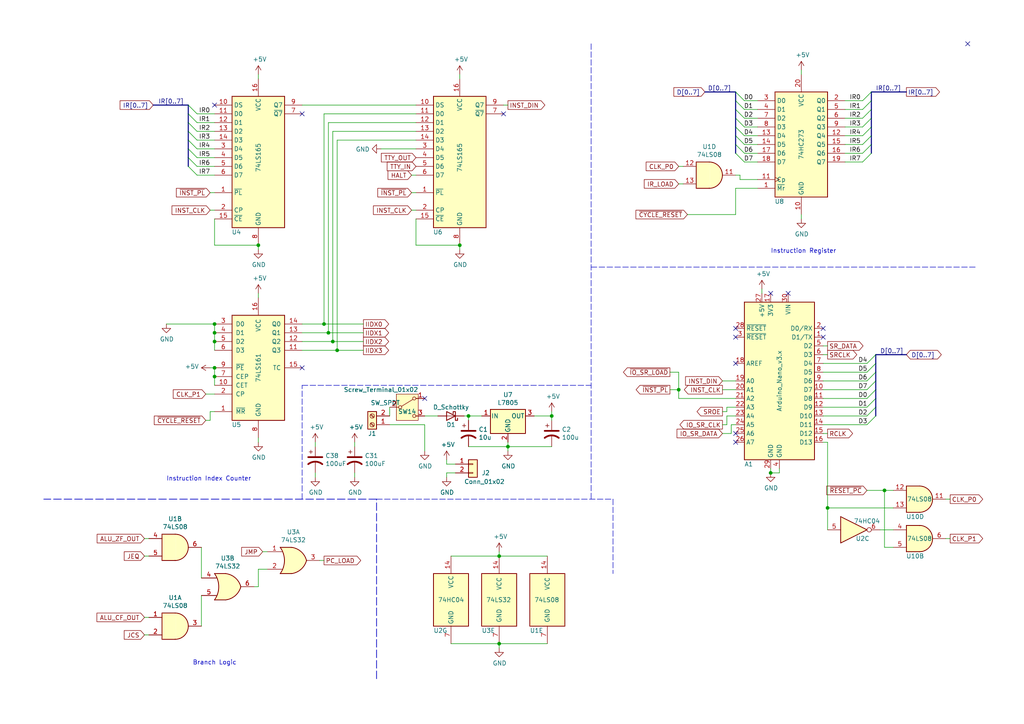
<source format=kicad_sch>
(kicad_sch (version 20231120) (generator "eeschema") (generator_version "8.0")
  (paper "A4")
  (lib_symbols
    (symbol "74xx:74HC04"
      (property "Reference" "U" (at 0 1.27 0))
      (property "Value" "74HC04" (at 0 -1.27 0))
      (symbol "74HC04_1_0"
        (pin input line (at -7.62 0 0) (length 3.81) (name "~") (number "1"))
        (pin output inverted (at 7.62 0 180) (length 3.81) (name "~") (number "2"))
      )
      (symbol "74HC04_2_0"
        (pin input line (at -7.62 0 0) (length 3.81) (name "~") (number "3"))
        (pin output inverted (at 7.62 0 180) (length 3.81) (name "~") (number "4"))
      )
      (symbol "74HC04_3_0"
        (pin input line (at -7.62 0 0) (length 3.81) (name "~") (number "5"))
        (pin output inverted (at 7.62 0 180) (length 3.81) (name "~") (number "6"))
      )
      (symbol "74HC04_4_0"
        (pin output inverted (at 7.62 0 180) (length 3.81) (name "~") (number "8"))
        (pin input line (at -7.62 0 0) (length 3.81) (name "~") (number "9"))
      )
      (symbol "74HC04_5_0"
        (pin output inverted (at 7.62 0 180) (length 3.81) (name "~") (number "10"))
        (pin input line (at -7.62 0 0) (length 3.81) (name "~") (number "11"))
      )
      (symbol "74HC04_6_0"
        (pin output inverted (at 7.62 0 180) (length 3.81) (name "~") (number "12"))
        (pin input line (at -7.62 0 0) (length 3.81) (name "~") (number "13"))
      )
      (symbol "74HC04_7_0"
        (pin power_in line (at 0 12.7 270) (length 5.08) (name "VCC") (number "14"))
        (pin power_in line (at 0 -12.7 90) (length 5.08) (name "GND") (number "7"))
      )
    )
    (symbol "74xx:74HC273"
      (property "Reference" "U" (at -7.62 16.51 0))
      (property "Value" "74HC273" (at -7.62 -16.51 0))
      (symbol "74HC273_1_0"
        (pin input line (at -12.7 -12.7 0) (length 5.08) (name "~{Mr}") (number "1"))
        (pin power_in line (at 0 -20.32 90) (length 5.08) (name "GND") (number "10"))
        (pin input clock (at -12.7 -10.16 0) (length 5.08) (name "Cp") (number "11"))
        (pin output line (at 12.7 2.54 180) (length 5.08) (name "Q4") (number "12"))
        (pin input line (at -12.7 2.54 0) (length 5.08) (name "D4") (number "13"))
        (pin input line (at -12.7 0 0) (length 5.08) (name "D5") (number "14"))
        (pin output line (at 12.7 0 180) (length 5.08) (name "Q5") (number "15"))
        (pin output line (at 12.7 -2.54 180) (length 5.08) (name "Q6") (number "16"))
        (pin input line (at -12.7 -2.54 0) (length 5.08) (name "D6") (number "17"))
        (pin input line (at -12.7 -5.08 0) (length 5.08) (name "D7") (number "18"))
        (pin output line (at 12.7 -5.08 180) (length 5.08) (name "Q7") (number "19"))
        (pin output line (at 12.7 12.7 180) (length 5.08) (name "Q0") (number "2"))
        (pin power_in line (at 0 20.32 270) (length 5.08) (name "VCC") (number "20"))
        (pin input line (at -12.7 12.7 0) (length 5.08) (name "D0") (number "3"))
        (pin input line (at -12.7 10.16 0) (length 5.08) (name "D1") (number "4"))
        (pin output line (at 12.7 10.16 180) (length 5.08) (name "Q1") (number "5"))
        (pin output line (at 12.7 7.62 180) (length 5.08) (name "Q2") (number "6"))
        (pin input line (at -12.7 7.62 0) (length 5.08) (name "D2") (number "7"))
        (pin input line (at -12.7 5.08 0) (length 5.08) (name "D3") (number "8"))
        (pin output line (at 12.7 5.08 180) (length 5.08) (name "Q3") (number "9"))
      )
    )
    (symbol "74xx:74LS08" (pin_names (offset 1.016))
      (property "Reference" "U" (at 0 1.27 0))
      (property "Value" "74LS08" (at 0 -1.27 0))
      (symbol "74LS08_1_1"
        (pin input line (at -7.62 2.54 0) (length 3.81) (name "~") (number "1"))
        (pin input line (at -7.62 -2.54 0) (length 3.81) (name "~") (number "2"))
        (pin output line (at 7.62 0 180) (length 3.81) (name "~") (number "3"))
      )
      (symbol "74LS08_1_2"
        (pin input inverted (at -7.62 2.54 0) (length 4.318) (name "~") (number "1"))
        (pin input inverted (at -7.62 -2.54 0) (length 4.318) (name "~") (number "2"))
        (pin output inverted (at 7.62 0 180) (length 3.81) (name "~") (number "3"))
      )
      (symbol "74LS08_2_1"
        (pin input line (at -7.62 2.54 0) (length 3.81) (name "~") (number "4"))
        (pin input line (at -7.62 -2.54 0) (length 3.81) (name "~") (number "5"))
        (pin output line (at 7.62 0 180) (length 3.81) (name "~") (number "6"))
      )
      (symbol "74LS08_2_2"
        (pin input inverted (at -7.62 2.54 0) (length 4.318) (name "~") (number "4"))
        (pin input inverted (at -7.62 -2.54 0) (length 4.318) (name "~") (number "5"))
        (pin output inverted (at 7.62 0 180) (length 3.81) (name "~") (number "6"))
      )
      (symbol "74LS08_3_1"
        (pin input line (at -7.62 -2.54 0) (length 3.81) (name "~") (number "10"))
        (pin output line (at 7.62 0 180) (length 3.81) (name "~") (number "8"))
        (pin input line (at -7.62 2.54 0) (length 3.81) (name "~") (number "9"))
      )
      (symbol "74LS08_3_2"
        (pin input inverted (at -7.62 -2.54 0) (length 4.318) (name "~") (number "10"))
        (pin output inverted (at 7.62 0 180) (length 3.81) (name "~") (number "8"))
        (pin input inverted (at -7.62 2.54 0) (length 4.318) (name "~") (number "9"))
      )
      (symbol "74LS08_4_1"
        (pin output line (at 7.62 0 180) (length 3.81) (name "~") (number "11"))
        (pin input line (at -7.62 2.54 0) (length 3.81) (name "~") (number "12"))
        (pin input line (at -7.62 -2.54 0) (length 3.81) (name "~") (number "13"))
      )
      (symbol "74LS08_4_2"
        (pin output inverted (at 7.62 0 180) (length 3.81) (name "~") (number "11"))
        (pin input inverted (at -7.62 2.54 0) (length 4.318) (name "~") (number "12"))
        (pin input inverted (at -7.62 -2.54 0) (length 4.318) (name "~") (number "13"))
      )
      (symbol "74LS08_5_0"
        (pin power_in line (at 0 12.7 270) (length 5.08) (name "VCC") (number "14"))
        (pin power_in line (at 0 -12.7 90) (length 5.08) (name "GND") (number "7"))
      )
    )
    (symbol "74xx:74LS161" (pin_names (offset 1.016))
      (property "Reference" "U" (at -7.62 16.51 0))
      (property "Value" "74LS161" (at -7.62 -16.51 0))
      (symbol "74LS161_1_0"
        (pin input line (at -12.7 -12.7 0) (length 5.08) (name "~{MR}") (number "1"))
        (pin input line (at -12.7 -5.08 0) (length 5.08) (name "CET") (number "10"))
        (pin output line (at 12.7 5.08 180) (length 5.08) (name "Q3") (number "11"))
        (pin output line (at 12.7 7.62 180) (length 5.08) (name "Q2") (number "12"))
        (pin output line (at 12.7 10.16 180) (length 5.08) (name "Q1") (number "13"))
        (pin output line (at 12.7 12.7 180) (length 5.08) (name "Q0") (number "14"))
        (pin output line (at 12.7 0 180) (length 5.08) (name "TC") (number "15"))
        (pin power_in line (at 0 20.32 270) (length 5.08) (name "VCC") (number "16"))
        (pin input line (at -12.7 -7.62 0) (length 5.08) (name "CP") (number "2"))
        (pin input line (at -12.7 12.7 0) (length 5.08) (name "D0") (number "3"))
        (pin input line (at -12.7 10.16 0) (length 5.08) (name "D1") (number "4"))
        (pin input line (at -12.7 7.62 0) (length 5.08) (name "D2") (number "5"))
        (pin input line (at -12.7 5.08 0) (length 5.08) (name "D3") (number "6"))
        (pin input line (at -12.7 -2.54 0) (length 5.08) (name "CEP") (number "7"))
        (pin power_in line (at 0 -20.32 90) (length 5.08) (name "GND") (number "8"))
        (pin input line (at -12.7 0 0) (length 5.08) (name "~{PE}") (number "9"))
      )
    )
    (symbol "74xx:74LS165"
      (property "Reference" "U" (at -7.62 19.05 0))
      (property "Value" "74LS165" (at -7.62 -21.59 0))
      (symbol "74LS165_1_0"
        (pin input line (at -12.7 -10.16 0) (length 5.08) (name "~{PL}") (number "1"))
        (pin input line (at -12.7 15.24 0) (length 5.08) (name "DS") (number "10"))
        (pin input line (at -12.7 12.7 0) (length 5.08) (name "D0") (number "11"))
        (pin input line (at -12.7 10.16 0) (length 5.08) (name "D1") (number "12"))
        (pin input line (at -12.7 7.62 0) (length 5.08) (name "D2") (number "13"))
        (pin input line (at -12.7 5.08 0) (length 5.08) (name "D3") (number "14"))
        (pin input line (at -12.7 -17.78 0) (length 5.08) (name "~{CE}") (number "15"))
        (pin power_in line (at 0 22.86 270) (length 5.08) (name "VCC") (number "16"))
        (pin input line (at -12.7 -15.24 0) (length 5.08) (name "CP") (number "2"))
        (pin input line (at -12.7 2.54 0) (length 5.08) (name "D4") (number "3"))
        (pin input line (at -12.7 0 0) (length 5.08) (name "D5") (number "4"))
        (pin input line (at -12.7 -2.54 0) (length 5.08) (name "D6") (number "5"))
        (pin input line (at -12.7 -5.08 0) (length 5.08) (name "D7") (number "6"))
        (pin output line (at 12.7 12.7 180) (length 5.08) (name "~{Q7}") (number "7"))
        (pin power_in line (at 0 -25.4 90) (length 5.08) (name "GND") (number "8"))
        (pin output line (at 12.7 15.24 180) (length 5.08) (name "Q7") (number "9"))
      )
    )
    (symbol "74xx:74LS32" (pin_names (offset 1.016))
      (property "Reference" "U" (at 0 1.27 0))
      (property "Value" "74LS32" (at 0 -1.27 0))
      (symbol "74LS32_1_1"
        (pin input line (at -7.62 2.54 0) (length 4.318) (name "~") (number "1"))
        (pin input line (at -7.62 -2.54 0) (length 4.318) (name "~") (number "2"))
        (pin output line (at 7.62 0 180) (length 3.81) (name "~") (number "3"))
      )
      (symbol "74LS32_1_2"
        (pin input inverted (at -7.62 2.54 0) (length 3.81) (name "~") (number "1"))
        (pin input inverted (at -7.62 -2.54 0) (length 3.81) (name "~") (number "2"))
        (pin output inverted (at 7.62 0 180) (length 3.81) (name "~") (number "3"))
      )
      (symbol "74LS32_2_1"
        (pin input line (at -7.62 2.54 0) (length 4.318) (name "~") (number "4"))
        (pin input line (at -7.62 -2.54 0) (length 4.318) (name "~") (number "5"))
        (pin output line (at 7.62 0 180) (length 3.81) (name "~") (number "6"))
      )
      (symbol "74LS32_2_2"
        (pin input inverted (at -7.62 2.54 0) (length 3.81) (name "~") (number "4"))
        (pin input inverted (at -7.62 -2.54 0) (length 3.81) (name "~") (number "5"))
        (pin output inverted (at 7.62 0 180) (length 3.81) (name "~") (number "6"))
      )
      (symbol "74LS32_3_1"
        (pin input line (at -7.62 -2.54 0) (length 4.318) (name "~") (number "10"))
        (pin output line (at 7.62 0 180) (length 3.81) (name "~") (number "8"))
        (pin input line (at -7.62 2.54 0) (length 4.318) (name "~") (number "9"))
      )
      (symbol "74LS32_3_2"
        (pin input inverted (at -7.62 -2.54 0) (length 3.81) (name "~") (number "10"))
        (pin output inverted (at 7.62 0 180) (length 3.81) (name "~") (number "8"))
        (pin input inverted (at -7.62 2.54 0) (length 3.81) (name "~") (number "9"))
      )
      (symbol "74LS32_4_1"
        (pin output line (at 7.62 0 180) (length 3.81) (name "~") (number "11"))
        (pin input line (at -7.62 2.54 0) (length 4.318) (name "~") (number "12"))
        (pin input line (at -7.62 -2.54 0) (length 4.318) (name "~") (number "13"))
      )
      (symbol "74LS32_4_2"
        (pin output inverted (at 7.62 0 180) (length 3.81) (name "~") (number "11"))
        (pin input inverted (at -7.62 2.54 0) (length 3.81) (name "~") (number "12"))
        (pin input inverted (at -7.62 -2.54 0) (length 3.81) (name "~") (number "13"))
      )
      (symbol "74LS32_5_0"
        (pin power_in line (at 0 12.7 270) (length 5.08) (name "VCC") (number "14"))
        (pin power_in line (at 0 -12.7 90) (length 5.08) (name "GND") (number "7"))
      )
    )
    (symbol "8bit_computer-rescue:+5V-power" (power) (pin_names (offset 0))
      (property "Value" "power_+5V" (at 0 3.556 0))
      (symbol "+5V-power_1_1"
        (pin power_in line (at 0 0 90) (length 0) hide (name "+5V") (number "1"))
      )
    )
    (symbol "8bit_computer-rescue:CP1-Device" (pin_numbers hide) (pin_names (offset 0.254) hide)
      (property "Reference" "C" (at 0.635 2.54 0))
      (property "Value" "Device_CP1" (at 0.635 -2.54 0))
      (symbol "CP1-Device_1_1"
        (pin passive line (at 0 3.81 270) (length 2.794) (name "~") (number "1"))
        (pin passive line (at 0 -3.81 90) (length 3.302) (name "~") (number "2"))
      )
    )
    (symbol "8bit_computer-rescue:GND-power" (power) (pin_names (offset 0))
      (property "Value" "power_GND" (at 0 -3.81 0))
      (symbol "GND-power_1_1"
        (pin power_in line (at 0 0 270) (length 0) hide (name "GND") (number "1"))
      )
    )
    (symbol "Connector:Screw_Terminal_01x02" (pin_names (offset 1.016) hide)
      (property "Reference" "J" (at 0 2.54 0))
      (property "Value" "Screw_Terminal_01x02" (at 0 -5.08 0))
      (symbol "Screw_Terminal_01x02_1_1"
        (pin passive line (at -5.08 0 0) (length 3.81) (name "Pin_1") (number "1"))
        (pin passive line (at -5.08 -2.54 0) (length 3.81) (name "Pin_2") (number "2"))
      )
    )
    (symbol "Connector_Generic:Conn_01x02" (pin_names (offset 1.016) hide)
      (property "Reference" "J" (at 0 2.54 0))
      (property "Value" "Conn_01x02" (at 0 -5.08 0))
      (symbol "Conn_01x02_1_1"
        (pin passive line (at -5.08 0 0) (length 3.81) (name "Pin_1") (number "1"))
        (pin passive line (at -5.08 -2.54 0) (length 3.81) (name "Pin_2") (number "2"))
      )
    )
    (symbol "Device:D_Schottky" (pin_numbers hide) (pin_names (offset 1.016) hide)
      (property "Reference" "D" (at 0 2.54 0))
      (property "Value" "D_Schottky" (at 0 -2.54 0))
      (symbol "D_Schottky_1_1"
        (pin passive line (at -3.81 0 0) (length 2.54) (name "K") (number "1"))
        (pin passive line (at 3.81 0 180) (length 2.54) (name "A") (number "2"))
      )
    )
    (symbol "MCU_Module:Arduino_Nano_v3.x"
      (property "Reference" "A" (at -10.16 23.495 0))
      (property "Value" "Arduino_Nano_v3.x" (at 5.08 -24.13 0))
      (symbol "Arduino_Nano_v3.x_1_1"
        (pin bidirectional line (at -12.7 12.7 0) (length 2.54) (name "D1/TX") (number "1"))
        (pin bidirectional line (at -12.7 -2.54 0) (length 2.54) (name "D7") (number "10"))
        (pin bidirectional line (at -12.7 -5.08 0) (length 2.54) (name "D8") (number "11"))
        (pin bidirectional line (at -12.7 -7.62 0) (length 2.54) (name "D9") (number "12"))
        (pin bidirectional line (at -12.7 -10.16 0) (length 2.54) (name "D10") (number "13"))
        (pin bidirectional line (at -12.7 -12.7 0) (length 2.54) (name "D11") (number "14"))
        (pin bidirectional line (at -12.7 -15.24 0) (length 2.54) (name "D12") (number "15"))
        (pin bidirectional line (at -12.7 -17.78 0) (length 2.54) (name "D13") (number "16"))
        (pin power_out line (at 2.54 25.4 270) (length 2.54) (name "3V3") (number "17"))
        (pin input line (at 12.7 5.08 180) (length 2.54) (name "AREF") (number "18"))
        (pin bidirectional line (at 12.7 0 180) (length 2.54) (name "A0") (number "19"))
        (pin bidirectional line (at -12.7 15.24 0) (length 2.54) (name "D0/RX") (number "2"))
        (pin bidirectional line (at 12.7 -2.54 180) (length 2.54) (name "A1") (number "20"))
        (pin bidirectional line (at 12.7 -5.08 180) (length 2.54) (name "A2") (number "21"))
        (pin bidirectional line (at 12.7 -7.62 180) (length 2.54) (name "A3") (number "22"))
        (pin bidirectional line (at 12.7 -10.16 180) (length 2.54) (name "A4") (number "23"))
        (pin bidirectional line (at 12.7 -12.7 180) (length 2.54) (name "A5") (number "24"))
        (pin bidirectional line (at 12.7 -15.24 180) (length 2.54) (name "A6") (number "25"))
        (pin bidirectional line (at 12.7 -17.78 180) (length 2.54) (name "A7") (number "26"))
        (pin power_out line (at 5.08 25.4 270) (length 2.54) (name "+5V") (number "27"))
        (pin input line (at 12.7 15.24 180) (length 2.54) (name "~{RESET}") (number "28"))
        (pin power_in line (at 2.54 -25.4 90) (length 2.54) (name "GND") (number "29"))
        (pin input line (at 12.7 12.7 180) (length 2.54) (name "~{RESET}") (number "3"))
        (pin power_in line (at -2.54 25.4 270) (length 2.54) (name "VIN") (number "30"))
        (pin power_in line (at 0 -25.4 90) (length 2.54) (name "GND") (number "4"))
        (pin bidirectional line (at -12.7 10.16 0) (length 2.54) (name "D2") (number "5"))
        (pin bidirectional line (at -12.7 7.62 0) (length 2.54) (name "D3") (number "6"))
        (pin bidirectional line (at -12.7 5.08 0) (length 2.54) (name "D4") (number "7"))
        (pin bidirectional line (at -12.7 2.54 0) (length 2.54) (name "D5") (number "8"))
        (pin bidirectional line (at -12.7 0 0) (length 2.54) (name "D6") (number "9"))
      )
    )
    (symbol "Regulator_Linear:L7805" (pin_names (offset 0.254))
      (property "Reference" "U" (at -3.81 3.175 0))
      (property "Value" "L7805" (at 0 3.175 0))
      (symbol "L7805_1_1"
        (pin power_in line (at -7.62 0 0) (length 2.54) (name "IN") (number "1"))
        (pin power_in line (at 0 -7.62 90) (length 2.54) (name "GND") (number "2"))
        (pin power_out line (at 7.62 0 180) (length 2.54) (name "OUT") (number "3"))
      )
    )
    (symbol "Switch:SW_SPDT" (pin_names (offset 0) hide)
      (property "Reference" "SW" (at 0 5.08 0))
      (property "Value" "SW_SPDT" (at 0 -5.08 0))
      (symbol "SW_SPDT_1_1"
        (pin passive line (at 5.08 2.54 180) (length 2.54) (name "A") (number "1"))
        (pin passive line (at -5.08 0 0) (length 2.54) (name "B") (number "2"))
        (pin passive line (at 5.08 -2.54 180) (length 2.54) (name "C") (number "3"))
      )
    )
  )
  (junction (at 93.98 93.98))
  (junction (at 62.23 109.22))
  (junction (at 223.52 137.16))
  (junction (at 144.78 186.69))
  (junction (at 62.23 93.98))
  (junction (at 74.93 71.12))
  (junction (at 95.25 96.52))
  (junction (at 196.85 113.03))
  (junction (at 62.23 99.06))
  (junction (at 240.03 147.32))
  (junction (at 62.23 106.68))
  (junction (at 97.79 101.6))
  (junction (at 144.78 161.29))
  (junction (at 256.54 142.24))
  (junction (at 160.02 120.65))
  (junction (at 135.89 120.65))
  (junction (at 62.23 96.52))
  (junction (at 147.32 129.54))
  (junction (at 96.52 99.06))
  (junction (at 133.35 71.12))
  (no_connect (at 238.76 95.25))
  (no_connect (at 87.63 33.02))
  (no_connect (at 146.05 33.02))
  (no_connect (at 213.36 97.79))
  (no_connect (at 213.36 125.73))
  (no_connect (at 62.23 30.48))
  (no_connect (at 213.36 128.27))
  (no_connect (at 228.6 85.09))
  (no_connect (at 238.76 97.79))
  (no_connect (at 123.19 115.57))
  (no_connect (at 213.36 105.41))
  (no_connect (at 223.52 85.09))
  (no_connect (at 87.63 106.68))
  (no_connect (at 280.67 12.7))
  (no_connect (at 213.36 95.25))
  (bus_entry (at 215.9 29.21) (size -2.54 -2.54))
  (bus_entry (at 251.46 118.11) (size 2.54 -2.54))
  (bus_entry (at 250.19 39.37) (size 2.54 -2.54))
  (bus_entry (at 251.46 123.19) (size 2.54 -2.54))
  (bus_entry (at 251.46 105.41) (size 2.54 -2.54))
  (bus_entry (at 57.15 40.64) (size -2.54 -2.54))
  (bus_entry (at 250.19 31.75) (size 2.54 -2.54))
  (bus_entry (at 251.46 115.57) (size 2.54 -2.54))
  (bus_entry (at 215.9 46.99) (size -2.54 -2.54))
  (bus_entry (at 215.9 36.83) (size -2.54 -2.54))
  (bus_entry (at 57.15 48.26) (size -2.54 -2.54))
  (bus_entry (at 251.46 120.65) (size 2.54 -2.54))
  (bus_entry (at 251.46 113.03) (size 2.54 -2.54))
  (bus_entry (at 250.19 34.29) (size 2.54 -2.54))
  (bus_entry (at 215.9 34.29) (size -2.54 -2.54))
  (bus_entry (at 250.19 41.91) (size 2.54 -2.54))
  (bus_entry (at 57.15 38.1) (size -2.54 -2.54))
  (bus_entry (at 251.46 107.95) (size 2.54 -2.54))
  (bus_entry (at 250.19 36.83) (size 2.54 -2.54))
  (bus_entry (at 215.9 44.45) (size -2.54 -2.54))
  (bus_entry (at 250.19 29.21) (size 2.54 -2.54))
  (bus_entry (at 215.9 39.37) (size -2.54 -2.54))
  (bus_entry (at 250.19 46.99) (size 2.54 -2.54))
  (bus_entry (at 57.15 35.56) (size -2.54 -2.54))
  (bus_entry (at 215.9 31.75) (size -2.54 -2.54))
  (bus_entry (at 57.15 50.8) (size -2.54 -2.54))
  (bus_entry (at 251.46 110.49) (size 2.54 -2.54))
  (bus_entry (at 57.15 33.02) (size -2.54 -2.54))
  (bus_entry (at 215.9 41.91) (size -2.54 -2.54))
  (bus_entry (at 250.19 44.45) (size 2.54 -2.54))
  (bus_entry (at 57.15 43.18) (size -2.54 -2.54))
  (bus_entry (at 57.15 45.72) (size -2.54 -2.54))
  (bus (pts (xy 54.61 45.72) (xy 54.61 48.26)))
  (wire (pts (xy 97.79 40.64) (xy 120.65 40.64)))
  (wire (pts (xy 209.55 123.19) (xy 210.82 123.19)))
  (wire (pts (xy 196.85 53.34) (xy 198.12 53.34)))
  (wire (pts (xy 210.82 119.38) (xy 210.82 118.11)))
  (wire (pts (xy 133.35 21.59) (xy 133.35 22.86)))
  (wire (pts (xy 87.63 93.98) (xy 93.98 93.98)))
  (bus (pts (xy 54.61 35.56) (xy 54.61 38.1)))
  (wire (pts (xy 240.03 147.32) (xy 240.03 153.67)))
  (wire (pts (xy 147.32 30.48) (xy 146.05 30.48)))
  (wire (pts (xy 110.49 43.18) (xy 120.65 43.18)))
  (wire (pts (xy 119.38 55.88) (xy 120.65 55.88)))
  (wire (pts (xy 219.71 34.29) (xy 215.9 34.29)))
  (wire (pts (xy 91.44 138.43) (xy 91.44 137.16)))
  (wire (pts (xy 120.65 71.12) (xy 133.35 71.12)))
  (wire (pts (xy 62.23 109.22) (xy 62.23 106.68)))
  (wire (pts (xy 97.79 101.6) (xy 97.79 40.64)))
  (wire (pts (xy 219.71 44.45) (xy 215.9 44.45)))
  (wire (pts (xy 219.71 39.37) (xy 215.9 39.37)))
  (bus (pts (xy 254 107.95) (xy 254 110.49)))
  (wire (pts (xy 245.11 39.37) (xy 250.19 39.37)))
  (wire (pts (xy 238.76 120.65) (xy 251.46 120.65)))
  (wire (pts (xy 62.23 99.06) (xy 62.23 96.52)))
  (wire (pts (xy 144.78 160.02) (xy 144.78 161.29)))
  (wire (pts (xy 62.23 63.5) (xy 62.23 71.12)))
  (wire (pts (xy 93.98 33.02) (xy 120.65 33.02)))
  (wire (pts (xy 144.78 161.29) (xy 130.81 161.29)))
  (wire (pts (xy 135.89 121.92) (xy 135.89 120.65)))
  (wire (pts (xy 213.36 54.61) (xy 219.71 54.61)))
  (wire (pts (xy 194.31 113.03) (xy 196.85 113.03)))
  (wire (pts (xy 60.96 60.96) (xy 62.23 60.96)))
  (wire (pts (xy 238.76 105.41) (xy 251.46 105.41)))
  (wire (pts (xy 210.82 118.11) (xy 213.36 118.11)))
  (wire (pts (xy 62.23 111.76) (xy 62.23 109.22)))
  (wire (pts (xy 62.23 48.26) (xy 57.15 48.26)))
  (wire (pts (xy 160.02 119.38) (xy 160.02 120.65)))
  (wire (pts (xy 123.19 130.81) (xy 123.19 123.19)))
  (wire (pts (xy 223.52 137.16) (xy 226.06 137.16)))
  (wire (pts (xy 212.09 123.19) (xy 213.36 123.19)))
  (wire (pts (xy 245.11 46.99) (xy 250.19 46.99)))
  (wire (pts (xy 212.09 125.73) (xy 212.09 123.19)))
  (wire (pts (xy 232.41 21.59) (xy 232.41 20.32)))
  (bus (pts (xy 54.61 43.18) (xy 54.61 45.72)))
  (wire (pts (xy 62.23 38.1) (xy 57.15 38.1)))
  (wire (pts (xy 60.96 121.92) (xy 60.96 119.38)))
  (bus (pts (xy 252.73 29.21) (xy 252.73 31.75)))
  (wire (pts (xy 196.85 113.03) (xy 196.85 115.57)))
  (wire (pts (xy 129.54 138.43) (xy 129.54 137.16)))
  (wire (pts (xy 41.91 156.21) (xy 43.18 156.21)))
  (bus (pts (xy 213.36 36.83) (xy 213.36 39.37)))
  (wire (pts (xy 102.87 138.43) (xy 102.87 137.16)))
  (wire (pts (xy 62.23 33.02) (xy 57.15 33.02)))
  (wire (pts (xy 120.65 63.5) (xy 120.65 71.12)))
  (wire (pts (xy 226.06 137.16) (xy 226.06 135.89)))
  (wire (pts (xy 144.78 187.96) (xy 144.78 186.69)))
  (wire (pts (xy 113.03 120.65) (xy 113.03 118.11)))
  (wire (pts (xy 238.76 123.19) (xy 251.46 123.19)))
  (wire (pts (xy 129.54 137.16) (xy 132.08 137.16)))
  (polyline (pts (xy 109.22 196.85) (xy 109.22 144.78)) (stroke (width 0.2032) (type dash)))
  (wire (pts (xy 59.69 114.3) (xy 62.23 114.3)))
  (wire (pts (xy 62.23 43.18) (xy 57.15 43.18)))
  (wire (pts (xy 210.82 120.65) (xy 213.36 120.65)))
  (wire (pts (xy 238.76 115.57) (xy 251.46 115.57)))
  (wire (pts (xy 76.2 160.02) (xy 77.47 160.02)))
  (wire (pts (xy 129.54 134.62) (xy 132.08 134.62)))
  (wire (pts (xy 238.76 118.11) (xy 251.46 118.11)))
  (wire (pts (xy 196.85 115.57) (xy 213.36 115.57)))
  (bus (pts (xy 213.36 26.67) (xy 204.47 26.67)))
  (bus (pts (xy 54.61 40.64) (xy 54.61 43.18)))
  (bus (pts (xy 213.36 41.91) (xy 213.36 44.45)))
  (bus (pts (xy 254 102.87) (xy 262.89 102.87)))
  (wire (pts (xy 259.08 147.32) (xy 240.03 147.32)))
  (wire (pts (xy 214.63 50.8) (xy 214.63 52.07)))
  (wire (pts (xy 74.93 85.09) (xy 74.93 86.36)))
  (wire (pts (xy 245.11 29.21) (xy 250.19 29.21)))
  (bus (pts (xy 252.73 34.29) (xy 252.73 36.83)))
  (wire (pts (xy 240.03 125.73) (xy 238.76 125.73)))
  (polyline (pts (xy 171.45 12.7) (xy 171.45 144.78)) (stroke (width 0) (type dash)))
  (wire (pts (xy 93.98 93.98) (xy 105.41 93.98)))
  (wire (pts (xy 87.63 99.06) (xy 96.52 99.06)))
  (wire (pts (xy 199.39 62.23) (xy 213.36 62.23)))
  (bus (pts (xy 54.61 30.48) (xy 54.61 33.02)))
  (bus (pts (xy 213.36 34.29) (xy 213.36 36.83)))
  (bus (pts (xy 252.73 31.75) (xy 252.73 34.29)))
  (wire (pts (xy 238.76 110.49) (xy 251.46 110.49)))
  (wire (pts (xy 62.23 101.6) (xy 62.23 99.06)))
  (polyline (pts (xy 109.22 144.78) (xy 177.8 144.78)) (stroke (width 0) (type dash)))
  (wire (pts (xy 62.23 93.98) (xy 62.23 96.52)))
  (wire (pts (xy 129.54 133.35) (xy 129.54 134.62)))
  (wire (pts (xy 95.25 96.52) (xy 105.41 96.52)))
  (wire (pts (xy 133.35 72.39) (xy 133.35 71.12)))
  (wire (pts (xy 74.93 170.18) (xy 74.93 165.1)))
  (wire (pts (xy 196.85 107.95) (xy 194.31 107.95)))
  (wire (pts (xy 251.46 142.24) (xy 256.54 142.24)))
  (wire (pts (xy 91.44 129.54) (xy 91.44 128.27)))
  (bus (pts (xy 252.73 26.67) (xy 252.73 29.21)))
  (wire (pts (xy 240.03 100.33) (xy 238.76 100.33)))
  (wire (pts (xy 87.63 101.6) (xy 97.79 101.6)))
  (wire (pts (xy 96.52 99.06) (xy 96.52 38.1)))
  (wire (pts (xy 62.23 71.12) (xy 74.93 71.12)))
  (bus (pts (xy 254 113.03) (xy 254 115.57)))
  (wire (pts (xy 60.96 106.68) (xy 62.23 106.68)))
  (bus (pts (xy 254 102.87) (xy 254 105.41)))
  (wire (pts (xy 97.79 101.6) (xy 105.41 101.6)))
  (wire (pts (xy 223.52 137.16) (xy 223.52 135.89)))
  (bus (pts (xy 54.61 38.1) (xy 54.61 40.64)))
  (wire (pts (xy 58.42 158.75) (xy 58.42 167.64)))
  (wire (pts (xy 160.02 121.92) (xy 160.02 120.65)))
  (wire (pts (xy 259.08 153.67) (xy 255.27 153.67)))
  (wire (pts (xy 213.36 54.61) (xy 213.36 62.23)))
  (wire (pts (xy 144.78 186.69) (xy 158.75 186.69)))
  (wire (pts (xy 220.98 85.09) (xy 220.98 83.82)))
  (bus (pts (xy 254 115.57) (xy 254 118.11)))
  (wire (pts (xy 74.93 21.59) (xy 74.93 22.86)))
  (wire (pts (xy 123.19 120.65) (xy 127 120.65)))
  (polyline (pts (xy 171.45 77.47) (xy 283.21 77.47)) (stroke (width 0) (type dash)))
  (wire (pts (xy 147.32 129.54) (xy 147.32 128.27)))
  (wire (pts (xy 245.11 34.29) (xy 250.19 34.29)))
  (wire (pts (xy 238.76 107.95) (xy 251.46 107.95)))
  (bus (pts (xy 252.73 41.91) (xy 252.73 44.45)))
  (wire (pts (xy 43.18 161.29) (xy 41.91 161.29)))
  (wire (pts (xy 245.11 31.75) (xy 250.19 31.75)))
  (bus (pts (xy 252.73 36.83) (xy 252.73 39.37)))
  (wire (pts (xy 144.78 161.29) (xy 158.75 161.29)))
  (wire (pts (xy 135.89 129.54) (xy 147.32 129.54)))
  (wire (pts (xy 113.03 123.19) (xy 123.19 123.19)))
  (bus (pts (xy 254 110.49) (xy 254 113.03)))
  (bus (pts (xy 213.36 31.75) (xy 213.36 34.29)))
  (wire (pts (xy 240.03 128.27) (xy 240.03 147.32)))
  (wire (pts (xy 62.23 40.64) (xy 57.15 40.64)))
  (wire (pts (xy 74.93 165.1) (xy 77.47 165.1)))
  (wire (pts (xy 62.23 45.72) (xy 57.15 45.72)))
  (wire (pts (xy 134.62 120.65) (xy 135.89 120.65)))
  (wire (pts (xy 62.23 35.56) (xy 57.15 35.56)))
  (wire (pts (xy 144.78 186.69) (xy 130.81 186.69)))
  (polyline (pts (xy 109.22 144.78) (xy 12.7 144.78)) (stroke (width 0.2032) (type dash)))
  (wire (pts (xy 147.32 130.81) (xy 147.32 129.54)))
  (wire (pts (xy 93.98 162.56) (xy 92.71 162.56)))
  (wire (pts (xy 209.55 110.49) (xy 213.36 110.49)))
  (wire (pts (xy 275.59 144.78) (xy 274.32 144.78)))
  (wire (pts (xy 73.66 170.18) (xy 74.93 170.18)))
  (wire (pts (xy 58.42 172.72) (xy 58.42 181.61)))
  (wire (pts (xy 95.25 35.56) (xy 120.65 35.56)))
  (wire (pts (xy 219.71 46.99) (xy 215.9 46.99)))
  (wire (pts (xy 74.93 72.39) (xy 74.93 71.12)))
  (wire (pts (xy 119.38 60.96) (xy 120.65 60.96)))
  (wire (pts (xy 93.98 93.98) (xy 93.98 33.02)))
  (wire (pts (xy 238.76 128.27) (xy 240.03 128.27)))
  (wire (pts (xy 196.85 113.03) (xy 196.85 107.95)))
  (wire (pts (xy 245.11 36.83) (xy 250.19 36.83)))
  (bus (pts (xy 54.61 33.02) (xy 54.61 35.56)))
  (bus (pts (xy 252.73 39.37) (xy 252.73 41.91)))
  (wire (pts (xy 256.54 142.24) (xy 256.54 158.75)))
  (wire (pts (xy 256.54 142.24) (xy 259.08 142.24)))
  (wire (pts (xy 209.55 119.38) (xy 210.82 119.38)))
  (polyline (pts (xy 87.63 144.78) (xy 87.63 111.76)) (stroke (width 0) (type dash)))
  (wire (pts (xy 209.55 125.73) (xy 212.09 125.73)))
  (wire (pts (xy 59.69 121.92) (xy 60.96 121.92)))
  (wire (pts (xy 209.55 113.03) (xy 213.36 113.03)))
  (wire (pts (xy 60.96 55.88) (xy 62.23 55.88)))
  (polyline (pts (xy 177.8 144.78) (xy 177.8 166.37)) (stroke (width 0) (type dash)))
  (bus (pts (xy 254 118.11) (xy 254 120.65)))
  (wire (pts (xy 60.96 119.38) (xy 62.23 119.38)))
  (wire (pts (xy 160.02 120.65) (xy 154.94 120.65)))
  (wire (pts (xy 219.71 36.83) (xy 215.9 36.83)))
  (wire (pts (xy 232.41 63.5) (xy 232.41 62.23)))
  (wire (pts (xy 87.63 96.52) (xy 95.25 96.52)))
  (wire (pts (xy 102.87 129.54) (xy 102.87 128.27)))
  (bus (pts (xy 213.36 26.67) (xy 213.36 29.21)))
  (wire (pts (xy 74.93 128.27) (xy 74.93 127)))
  (wire (pts (xy 245.11 44.45) (xy 250.19 44.45)))
  (wire (pts (xy 119.38 50.8) (xy 120.65 50.8)))
  (bus (pts (xy 54.61 30.48) (xy 44.45 30.48)))
  (wire (pts (xy 214.63 52.07) (xy 219.71 52.07)))
  (wire (pts (xy 62.23 50.8) (xy 57.15 50.8)))
  (wire (pts (xy 219.71 41.91) (xy 215.9 41.91)))
  (wire (pts (xy 96.52 99.06) (xy 105.41 99.06)))
  (wire (pts (xy 240.03 102.87) (xy 238.76 102.87)))
  (wire (pts (xy 213.36 50.8) (xy 214.63 50.8)))
  (wire (pts (xy 96.52 38.1) (xy 120.65 38.1)))
  (wire (pts (xy 135.89 120.65) (xy 139.7 120.65)))
  (wire (pts (xy 210.82 123.19) (xy 210.82 120.65)))
  (wire (pts (xy 238.76 113.03) (xy 251.46 113.03)))
  (wire (pts (xy 245.11 41.91) (xy 250.19 41.91)))
  (bus (pts (xy 213.36 29.21) (xy 213.36 31.75)))
  (polyline (pts (xy 87.63 111.76) (xy 171.45 111.76)) (stroke (width 0) (type dash)))
  (wire (pts (xy 43.18 184.15) (xy 41.91 184.15)))
  (wire (pts (xy 41.91 179.07) (xy 43.18 179.07)))
  (bus (pts (xy 254 105.41) (xy 254 107.95)))
  (wire (pts (xy 196.85 48.26) (xy 198.12 48.26)))
  (wire (pts (xy 256.54 158.75) (xy 259.08 158.75)))
  (wire (pts (xy 147.32 129.54) (xy 160.02 129.54)))
  (wire (pts (xy 62.23 93.98) (xy 48.26 93.98)))
  (wire (pts (xy 274.32 156.21) (xy 275.59 156.21)))
  (bus (pts (xy 213.36 39.37) (xy 213.36 41.91)))
  (wire (pts (xy 219.71 31.75) (xy 215.9 31.75)))
  (wire (pts (xy 87.63 30.48) (xy 120.65 30.48)))
  (wire (pts (xy 95.25 96.52) (xy 95.25 35.56)))
  (bus (pts (xy 252.73 26.67) (xy 262.89 26.67)))
  (wire (pts (xy 219.71 29.21) (xy 215.9 29.21)))
  (text "Instruction Register" (at 223.52 73.66 0) (effects (font (size 1.27 1.27)) (justify left bottom)))
  (text "Branch Logic" (at 55.88 193.04 0) (effects (font (size 1.27 1.27)) (justify left bottom)))
  (text "Instruction Index Counter" (at 48.26 139.7 0) (effects (font (size 1.27 1.27)) (justify left bottom)))
  (label "D3" (at 248.92 123.19 0))
  (label "IR4" (at 60.96 43.18 180))
  (label "IR6" (at 246.38 44.45 0))
  (label "D4" (at 248.92 105.41 0))
  (label "D0" (at 218.44 29.21 180))
  (label "IR5" (at 60.96 45.72 180))
  (label "D0" (at 248.92 115.57 0))
  (label "D6" (at 248.92 110.49 0))
  (label "D3" (at 218.44 36.83 180))
  (label "IR[0..7]" (at 53.34 30.48 180))
  (label "D1" (at 218.44 31.75 180))
  (label "D[0..7]" (at 255.27 102.87 0))
  (label "IR1" (at 60.96 35.56 180))
  (label "D2" (at 248.92 120.65 0))
  (label "IR6" (at 60.96 48.26 180))
  (label "D4" (at 218.44 39.37 180))
  (label "IR4" (at 246.38 39.37 0))
  (label "D6" (at 218.44 44.45 180))
  (label "IR0" (at 246.38 29.21 0))
  (label "D2" (at 218.44 34.29 180))
  (label "D7" (at 248.92 113.03 0))
  (label "IR3" (at 246.38 36.83 0))
  (label "D[0..7]" (at 212.09 26.67 180))
  (label "IR7" (at 60.96 50.8 180))
  (label "IR5" (at 246.38 41.91 0))
  (label "D5" (at 218.44 41.91 180))
  (label "IR7" (at 246.38 46.99 0))
  (label "D7" (at 218.44 46.99 180))
  (label "IR2" (at 60.96 38.1 180))
  (label "IR[0..7]" (at 254 26.67 0))
  (label "IR2" (at 246.38 34.29 0))
  (label "D1" (at 248.92 118.11 0))
  (label "IR1" (at 246.38 31.75 0))
  (label "D5" (at 248.92 107.95 0))
  (label "IR0" (at 60.96 33.02 180))
  (label "IR3" (at 60.96 40.64 180))
  (global_label "SRCLK" (shape output) (at 240.03 102.87 0) (property "Intersheetrefs" "${INTERSHEET_REFS}" (effects (hide yes))))
  (global_label "INST_DIN" (shape input) (at 209.55 110.49 180) (property "Intersheetrefs" "${INTERSHEET_REFS}" (effects (hide yes))))
  (global_label "IR[0..7]" (shape output) (at 262.89 26.67 0) (property "Intersheetrefs" "${INTERSHEET_REFS}" (effects (hide yes))))
  (global_label "D[0..7]" (shape bidirectional) (at 262.89 102.87 0) (property "Intersheetrefs" "${INTERSHEET_REFS}" (effects (hide yes))))
  (global_label "JCS" (shape input) (at 41.91 184.15 180) (property "Intersheetrefs" "${INTERSHEET_REFS}" (effects (hide yes))))
  (global_label "TTY_OUT" (shape input) (at 120.65 45.72 180) (property "Intersheetrefs" "${INTERSHEET_REFS}" (effects (hide yes))))
  (global_label "IIDX0" (shape output) (at 105.41 93.98 0) (property "Intersheetrefs" "${INTERSHEET_REFS}" (effects (hide yes))))
  (global_label "IR_LOAD" (shape input) (at 196.85 53.34 180) (property "Intersheetrefs" "${INTERSHEET_REFS}" (effects (hide yes))))
  (global_label "D[0..7]" (shape input) (at 204.47 26.67 180) (property "Intersheetrefs" "${INTERSHEET_REFS}" (effects (hide yes))))
  (global_label "INST_DIN" (shape output) (at 147.32 30.48 0) (property "Intersheetrefs" "${INTERSHEET_REFS}" (effects (hide yes))))
  (global_label "~{INST_PL}" (shape output) (at 194.31 113.03 180) (property "Intersheetrefs" "${INTERSHEET_REFS}" (effects (hide yes))))
  (global_label "SR_DATA" (shape output) (at 240.03 100.33 0) (property "Intersheetrefs" "${INTERSHEET_REFS}" (effects (hide yes))))
  (global_label "~{CYCLE_RESET}" (shape input) (at 59.69 121.92 180) (property "Intersheetrefs" "${INTERSHEET_REFS}" (effects (hide yes))))
  (global_label "PC_LOAD" (shape output) (at 93.98 162.56 0) (property "Intersheetrefs" "${INTERSHEET_REFS}" (effects (hide yes))))
  (global_label "ALU_CF_OUT" (shape input) (at 41.91 179.07 180) (property "Intersheetrefs" "${INTERSHEET_REFS}" (effects (hide yes))))
  (global_label "IO_SR_DATA" (shape input) (at 209.55 125.73 180) (property "Intersheetrefs" "${INTERSHEET_REFS}" (effects (hide yes))))
  (global_label "IIDX3" (shape output) (at 105.41 101.6 0) (property "Intersheetrefs" "${INTERSHEET_REFS}" (effects (hide yes))))
  (global_label "IIDX2" (shape output) (at 105.41 99.06 0) (property "Intersheetrefs" "${INTERSHEET_REFS}" (effects (hide yes))))
  (global_label "CLK_P0" (shape output) (at 275.59 144.78 0) (property "Intersheetrefs" "${INTERSHEET_REFS}" (effects (hide yes))))
  (global_label "SROE" (shape output) (at 209.55 119.38 180) (property "Intersheetrefs" "${INTERSHEET_REFS}" (effects (hide yes))))
  (global_label "INST_CLK" (shape input) (at 60.96 60.96 180) (property "Intersheetrefs" "${INTERSHEET_REFS}" (effects (hide yes))))
  (global_label "INST_CLK" (shape output) (at 209.55 113.03 180) (property "Intersheetrefs" "${INTERSHEET_REFS}" (effects (hide yes))))
  (global_label "IR[0..7]" (shape input) (at 44.45 30.48 180) (property "Intersheetrefs" "${INTERSHEET_REFS}" (effects (hide yes))))
  (global_label "~{RESET_PC}" (shape input) (at 251.46 142.24 180) (property "Intersheetrefs" "${INTERSHEET_REFS}" (effects (hide yes))))
  (global_label "IIDX1" (shape output) (at 105.41 96.52 0) (property "Intersheetrefs" "${INTERSHEET_REFS}" (effects (hide yes))))
  (global_label "IO_SR_CLK" (shape output) (at 209.55 123.19 180) (property "Intersheetrefs" "${INTERSHEET_REFS}" (effects (hide yes))))
  (global_label "JMP" (shape input) (at 76.2 160.02 180) (property "Intersheetrefs" "${INTERSHEET_REFS}" (effects (hide yes))))
  (global_label "RCLK" (shape output) (at 240.03 125.73 0) (property "Intersheetrefs" "${INTERSHEET_REFS}" (effects (hide yes))))
  (global_label "~{CYCLE_RESET}" (shape input) (at 199.39 62.23 180) (property "Intersheetrefs" "${INTERSHEET_REFS}" (effects (hide yes))))
  (global_label "HALT" (shape input) (at 119.38 50.8 180) (property "Intersheetrefs" "${INTERSHEET_REFS}" (effects (hide yes))))
  (global_label "~{INST_PL}" (shape input) (at 119.38 55.88 180) (property "Intersheetrefs" "${INTERSHEET_REFS}" (effects (hide yes))))
  (global_label "JEQ" (shape input) (at 41.91 161.29 180) (property "Intersheetrefs" "${INTERSHEET_REFS}" (effects (hide yes))))
  (global_label "~{IO_SR_LOAD}" (shape output) (at 194.31 107.95 180) (property "Intersheetrefs" "${INTERSHEET_REFS}" (effects (hide yes))))
  (global_label "TTY_IN" (shape input) (at 120.65 48.26 180) (property "Intersheetrefs" "${INTERSHEET_REFS}" (effects (hide yes))))
  (global_label "CLK_P1" (shape output) (at 275.59 156.21 0) (property "Intersheetrefs" "${INTERSHEET_REFS}" (effects (hide yes))))
  (global_label "~{INST_PL}" (shape input) (at 60.96 55.88 180) (property "Intersheetrefs" "${INTERSHEET_REFS}" (effects (hide yes))))
  (global_label "CLK_P0" (shape input) (at 196.85 48.26 180) (property "Intersheetrefs" "${INTERSHEET_REFS}" (effects (hide yes))))
  (global_label "INST_CLK" (shape input) (at 119.38 60.96 180) (property "Intersheetrefs" "${INTERSHEET_REFS}" (effects (hide yes))))
  (global_label "ALU_ZF_OUT" (shape input) (at 41.91 156.21 180) (property "Intersheetrefs" "${INTERSHEET_REFS}" (effects (hide yes))))
  (global_label "CLK_P1" (shape input) (at 59.69 114.3 180) (property "Intersheetrefs" "${INTERSHEET_REFS}" (effects (hide yes))))
  (symbol (lib_id "74xx:74LS08") (at 50.8 181.61 0) (unit 1)
    (property "Reference" "U1" (at 50.8 173.355 0))
    (property "Value" "74LS08" (at 50.8 175.6664 0))
    (property "Footprint" "Package_DIP:DIP-14_W7.62mm" (effects (hide yes)))
    (property "Datasheet" "http://www.ti.com/lit/gpn/sn74LS08" (effects (hide yes)))
  )
  (symbol (lib_id "74xx:74LS08") (at 50.8 158.75 0) (unit 2)
    (property "Reference" "U1" (at 50.8 150.495 0))
    (property "Value" "74LS08" (at 50.8 152.8064 0))
    (property "Footprint" "Package_DIP:DIP-14_W7.62mm" (effects (hide yes)))
    (property "Datasheet" "http://www.ti.com/lit/gpn/sn74LS08" (effects (hide yes)))
  )
  (symbol (lib_id "74xx:74LS08") (at 158.75 173.99 0) (unit 5)
    (property "Reference" "U1" (at 153.67 182.88 0) (effects (justify left)))
    (property "Value" "74LS08" (at 154.94 173.99 0) (effects (justify left)))
    (property "Footprint" "Package_DIP:DIP-14_W7.62mm" (effects (hide yes)))
    (property "Datasheet" "http://www.ti.com/lit/gpn/sn74LS08" (effects (hide yes)))
  )
  (symbol (lib_id "74xx:74LS08") (at 266.7 156.21 0) (unit 2)
    (property "Reference" "U10" (at 265.43 161.29 0))
    (property "Value" "74LS08" (at 266.7 156.21 0))
    (property "Footprint" "Package_DIP:DIP-14_W7.62mm" (effects (hide yes)))
    (property "Datasheet" "http://www.ti.com/lit/gpn/sn74LS08" (effects (hide yes)))
  )
  (symbol (lib_id "74xx:74LS32") (at 85.09 162.56 0) (unit 1)
    (property "Reference" "U3" (at 85.09 154.305 0))
    (property "Value" "74LS32" (at 85.09 156.6164 0))
    (property "Footprint" "Package_DIP:DIP-14_W7.62mm" (effects (hide yes)))
    (property "Datasheet" "http://www.ti.com/lit/gpn/sn74LS32" (effects (hide yes)))
  )
  (symbol (lib_id "74xx:74LS32") (at 66.04 170.18 0) (unit 2)
    (property "Reference" "U3" (at 66.04 161.925 0))
    (property "Value" "74LS32" (at 66.04 164.2364 0))
    (property "Footprint" "Package_DIP:DIP-14_W7.62mm" (effects (hide yes)))
    (property "Datasheet" "http://www.ti.com/lit/gpn/sn74LS32" (effects (hide yes)))
  )
  (symbol (lib_id "74xx:74LS32") (at 144.78 173.99 0) (unit 5)
    (property "Reference" "U3" (at 139.7 182.88 0) (effects (justify left)))
    (property "Value" "74LS32" (at 140.97 173.99 0) (effects (justify left)))
    (property "Footprint" "Package_DIP:DIP-14_W7.62mm" (effects (hide yes)))
    (property "Datasheet" "http://www.ti.com/lit/gpn/sn74LS32" (effects (hide yes)))
  )
  (symbol (lib_id "8bit_computer-rescue:GND-power") (at 144.78 187.96 0) (unit 1)
    (property "Reference" "#PWR013" (effects (hide yes)))
    (property "Value" "GND" (at 144.907 192.3542 0))
  )
  (symbol (lib_id "8bit_computer-rescue:+5V-power") (at 144.78 160.02 0) (unit 1)
    (property "Reference" "#PWR012" (effects (hide yes)))
    (property "Value" "+5V" (at 145.161 155.6258 0))
  )
  (symbol (lib_id "8bit_computer-rescue:CP1-Device") (at 91.44 133.35 0) (unit 1)
    (property "Reference" "C38" (at 94.361 132.1816 0) (effects (justify left)))
    (property "Value" "100uF" (at 94.361 134.493 0) (effects (justify left)))
    (property "Footprint" "Capacitor_THT:CP_Radial_D4.0mm_P2.00mm" (effects (hide yes)))
  )
  (symbol (lib_id "8bit_computer-rescue:+5V-power") (at 91.44 128.27 0) (unit 1)
    (property "Reference" "#PWR0123" (effects (hide yes)))
    (property "Value" "+5V" (at 91.821 123.8758 0))
  )
  (symbol (lib_id "8bit_computer-rescue:GND-power") (at 91.44 138.43 0) (unit 1)
    (property "Reference" "#PWR0124" (effects (hide yes)))
    (property "Value" "GND" (at 91.567 142.8242 0))
  )
  (symbol (lib_id "8bit_computer-rescue:GND-power") (at 110.49 43.18 270) (unit 1)
    (property "Reference" "#PWR050" (effects (hide yes)))
    (property "Value" "GND" (at 107.2388 43.307 90) (effects (justify right)))
  )
  (symbol (lib_id "Regulator_Linear:L7805") (at 147.32 120.65 0) (unit 1)
    (property "Reference" "U7" (at 147.32 114.5032 0))
    (property "Value" "L7805" (at 147.32 116.8146 0))
    (property "Footprint" "Package_TO_SOT_THT:TO-220F-3_Horizontal_TabDown" (effects (hide yes)))
    (property "Datasheet" "http://www.st.com/content/ccc/resource/technical/document/datasheet/41/4f/b3/b0/12/d4/47/88/CD00000444.pdf/files/CD00000444.pdf/jcr:content/translations/en.CD00000444.pdf" (effects (hide yes)))
  )
  (symbol (lib_id "8bit_computer-rescue:GND-power") (at 147.32 130.81 0) (unit 1)
    (property "Reference" "#PWR014" (effects (hide yes)))
    (property "Value" "GND" (at 147.447 135.2042 0))
  )
  (symbol (lib_id "8bit_computer-rescue:CP1-Device") (at 160.02 125.73 0) (unit 1)
    (property "Reference" "C2" (at 162.941 124.5616 0) (effects (justify left)))
    (property "Value" "100u" (at 162.941 126.873 0) (effects (justify left)))
    (property "Footprint" "Capacitor_THT:CP_Radial_D4.0mm_P2.00mm" (effects (hide yes)))
  )
  (symbol (lib_id "8bit_computer-rescue:+5V-power") (at 160.02 119.38 0) (unit 1)
    (property "Reference" "#PWR015" (effects (hide yes)))
    (property "Value" "+5V" (at 160.401 114.9858 0))
  )
  (symbol (lib_id "Connector:Screw_Terminal_01x02") (at 107.95 123.19 180) (unit 1)
    (property "Reference" "J1" (at 107.95 125.73 0))
    (property "Value" "Screw_Terminal_01x02" (at 110.49 113.03 0))
    (property "Footprint" "TerminalBlock:TerminalBlock_bornier-2_P5.08mm" (effects (hide yes)))
  )
  (symbol (lib_id "8bit_computer-rescue:GND-power") (at 123.19 130.81 0) (unit 1)
    (property "Reference" "#PWR07" (effects (hide yes)))
    (property "Value" "GND" (at 123.317 135.2042 0))
  )
  (symbol (lib_id "8bit_computer-rescue:CP1-Device") (at 135.89 125.73 0) (unit 1)
    (property "Reference" "C1" (at 138.811 124.5616 0) (effects (justify left)))
    (property "Value" "10u" (at 138.811 126.873 0) (effects (justify left)))
    (property "Footprint" "Capacitor_THT:CP_Radial_D4.0mm_P2.00mm" (effects (hide yes)))
  )
  (symbol (lib_id "Connector_Generic:Conn_01x02") (at 137.16 134.62 0) (unit 1)
    (property "Reference" "J2" (at 139.7 137.16 0) (effects (justify left)))
    (property "Value" "Conn_01x02" (at 134.62 139.7 0) (effects (justify left)))
    (property "Footprint" "Connector_PinSocket_2.54mm:PinSocket_1x02_P2.54mm_Vertical" (effects (hide yes)))
  )
  (symbol (lib_id "8bit_computer-rescue:GND-power") (at 129.54 138.43 0) (unit 1)
    (property "Reference" "#PWR09" (effects (hide yes)))
    (property "Value" "GND" (at 129.667 142.8242 0))
  )
  (symbol (lib_id "8bit_computer-rescue:+5V-power") (at 129.54 133.35 0) (unit 1)
    (property "Reference" "#PWR08" (effects (hide yes)))
    (property "Value" "+5V" (at 129.921 128.9558 0))
  )
  (symbol (lib_id "Device:D_Schottky") (at 130.81 120.65 180) (unit 1)
    (property "Reference" "D1" (at 130.81 123.19 0))
    (property "Value" "D_Schottky" (at 130.81 118.11 0))
    (property "Footprint" "Diode_SMD:D_SOD-123" (effects (hide yes)))
  )
  (symbol (lib_id "8bit_computer-rescue:CP1-Device") (at 102.87 133.35 0) (unit 1)
    (property "Reference" "C31" (at 105.791 132.1816 0) (effects (justify left)))
    (property "Value" "100uF" (at 105.791 134.493 0) (effects (justify left)))
    (property "Footprint" "Capacitor_THT:CP_Radial_D4.0mm_P2.00mm" (effects (hide yes)))
  )
  (symbol (lib_id "8bit_computer-rescue:+5V-power") (at 102.87 128.27 0) (unit 1)
    (property "Reference" "#PWR0102" (effects (hide yes)))
    (property "Value" "+5V" (at 103.251 123.8758 0))
  )
  (symbol (lib_id "8bit_computer-rescue:GND-power") (at 102.87 138.43 0) (unit 1)
    (property "Reference" "#PWR0103" (effects (hide yes)))
    (property "Value" "GND" (at 102.997 142.8242 0))
  )
  (symbol (lib_id "74xx:74LS08") (at 266.7 144.78 0) (unit 4)
    (property "Reference" "U10" (at 265.43 149.86 0))
    (property "Value" "74LS08" (at 266.7 144.78 0))
    (property "Footprint" "Package_DIP:DIP-14_W7.62mm" (effects (hide yes)))
    (property "Datasheet" "http://www.ti.com/lit/gpn/sn74LS08" (effects (hide yes)))
  )
  (symbol (lib_id "74xx:74HC04") (at 247.65 153.67 0) (unit 3)
    (property "Reference" "U2" (at 250.19 156.21 0))
    (property "Value" "74HC04" (at 251.46 151.13 0))
    (property "Footprint" "Package_DIP:DIP-14_W7.62mm" (effects (hide yes)))
    (property "Datasheet" "https://assets.nexperia.com/documents/data-sheet/74HC_HCT04.pdf" (effects (hide yes)))
  )
  (symbol (lib_id "MCU_Module:Arduino_Nano_v3.x") (at 226.06 110.49 0) (mirror y) (unit 1)
    (property "Reference" "A1" (at 217.17 134.62 0))
    (property "Value" "Arduino_Nano_v3.x" (at 226.06 110.49 90))
    (property "Footprint" "Module:Arduino_Nano" (effects (hide yes)))
    (property "Datasheet" "http://www.mouser.com/pdfdocs/Gravitech_Arduino_Nano3_0.pdf" (effects (hide yes)))
  )
  (symbol (lib_id "8bit_computer-rescue:+5V-power") (at 220.98 83.82 0) (unit 1)
    (property "Reference" "#PWR016" (effects (hide yes)))
    (property "Value" "+5V" (at 221.361 79.4258 0))
  )
  (symbol (lib_id "8bit_computer-rescue:GND-power") (at 223.52 137.16 0) (unit 1)
    (property "Reference" "#PWR017" (effects (hide yes)))
    (property "Value" "GND" (at 223.647 141.5542 0))
  )
  (symbol (lib_id "74xx:74HC04") (at 130.81 173.99 0) (unit 7)
    (property "Reference" "U2" (at 125.73 182.88 0) (effects (justify left)))
    (property "Value" "74HC04" (at 127 173.99 0) (effects (justify left)))
    (property "Footprint" "Package_DIP:DIP-14_W7.62mm" (effects (hide yes)))
    (property "Datasheet" "https://assets.nexperia.com/documents/data-sheet/74HC_HCT04.pdf" (effects (hide yes)))
  )
  (symbol (lib_id "74xx:74HC273") (at 232.41 41.91 0) (unit 1)
    (property "Reference" "U8" (at 226.06 58.42 0))
    (property "Value" "74HC273" (at 232.41 41.91 90))
    (property "Footprint" "Package_DIP:DIP-20_W7.62mm" (effects (hide yes)))
    (property "Datasheet" "https://assets.nexperia.com/documents/data-sheet/74HC_HCT273.pdf" (effects (hide yes)))
  )
  (symbol (lib_id "74xx:74LS08") (at 205.74 50.8 0) (unit 4)
    (property "Reference" "U1" (at 205.74 42.545 0))
    (property "Value" "74LS08" (at 205.74 44.8564 0))
    (property "Footprint" "Package_DIP:DIP-14_W7.62mm" (effects (hide yes)))
    (property "Datasheet" "http://www.ti.com/lit/gpn/sn74LS08" (effects (hide yes)))
  )
  (symbol (lib_id "8bit_computer-rescue:+5V-power") (at 232.41 20.32 0) (unit 1)
    (property "Reference" "#PWR018" (effects (hide yes)))
    (property "Value" "+5V" (at 232.791 15.9258 0))
  )
  (symbol (lib_id "8bit_computer-rescue:GND-power") (at 232.41 63.5 0) (unit 1)
    (property "Reference" "#PWR019" (effects (hide yes)))
    (property "Value" "GND" (at 232.537 67.8942 0))
  )
  (symbol (lib_id "74xx:74LS165") (at 74.93 45.72 0) (unit 1)
    (property "Reference" "U4" (at 68.58 67.31 0))
    (property "Value" "74LS165" (at 74.93 45.72 90))
    (property "Footprint" "Package_DIP:DIP-16_W7.62mm" (effects (hide yes)))
    (property "Datasheet" "http://www.ti.com/lit/gpn/sn74LS165" (effects (hide yes)))
  )
  (symbol (lib_id "8bit_computer-rescue:+5V-power") (at 74.93 21.59 0) (unit 1)
    (property "Reference" "#PWR03" (effects (hide yes)))
    (property "Value" "+5V" (at 75.311 17.1958 0))
  )
  (symbol (lib_id "8bit_computer-rescue:GND-power") (at 74.93 72.39 0) (unit 1)
    (property "Reference" "#PWR04" (effects (hide yes)))
    (property "Value" "GND" (at 75.057 76.7842 0))
  )
  (symbol (lib_id "74xx:74LS165") (at 133.35 45.72 0) (unit 1)
    (property "Reference" "U6" (at 127 67.31 0))
    (property "Value" "74LS165" (at 133.35 45.72 90))
    (property "Footprint" "Package_DIP:DIP-16_W7.62mm" (effects (hide yes)))
    (property "Datasheet" "http://www.ti.com/lit/gpn/sn74LS165" (effects (hide yes)))
  )
  (symbol (lib_id "8bit_computer-rescue:+5V-power") (at 133.35 21.59 0) (unit 1)
    (property "Reference" "#PWR010" (effects (hide yes)))
    (property "Value" "+5V" (at 133.731 17.1958 0))
  )
  (symbol (lib_id "8bit_computer-rescue:GND-power") (at 133.35 72.39 0) (unit 1)
    (property "Reference" "#PWR011" (effects (hide yes)))
    (property "Value" "GND" (at 133.477 76.7842 0))
  )
  (symbol (lib_id "Switch:SW_SPDT") (at 118.11 118.11 0) (unit 1)
    (property "Reference" "SW14" (at 118.11 119.38 0))
    (property "Value" "SW_SPDT" (at 111.76 116.84 0))
    (property "Footprint" "switch:spdt_slide_switch" (effects (hide yes)))
  )
  (symbol (lib_id "74xx:74LS161") (at 74.93 106.68 0) (unit 1)
    (property "Reference" "U5" (at 68.58 123.19 0))
    (property "Value" "74LS161" (at 74.93 106.68 90))
    (property "Footprint" "Package_DIP:DIP-16_W7.62mm" (effects (hide yes)))
    (property "Datasheet" "http://www.ti.com/lit/gpn/sn74LS161" (effects (hide yes)))
  )
  (symbol (lib_id "8bit_computer-rescue:GND-power") (at 48.26 93.98 0) (unit 1)
    (property "Reference" "#PWR01" (effects (hide yes)))
    (property "Value" "GND" (at 48.387 98.3742 0))
  )
  (symbol (lib_id "8bit_computer-rescue:+5V-power") (at 74.93 85.09 0) (unit 1)
    (property "Reference" "#PWR05" (effects (hide yes)))
    (property "Value" "+5V" (at 75.311 80.6958 0))
  )
  (symbol (lib_id "8bit_computer-rescue:GND-power") (at 74.93 128.27 0) (unit 1)
    (property "Reference" "#PWR06" (effects (hide yes)))
    (property "Value" "GND" (at 75.057 132.6642 0))
  )
  (symbol (lib_id "8bit_computer-rescue:+5V-power") (at 60.96 106.68 90) (unit 1)
    (property "Reference" "#PWR02" (effects (hide yes)))
    (property "Value" "+5V" (at 57.7088 106.299 90) (effects (justify left)))
  )
  (sheet (at 91.44 215.9) (size 36.83 29.21)
    (property "Sheetname" "Sheet62098005" (at 91.44 215.1884 0) (effects (justify left bottom)))
    (property "Sheetfile" "input_output.kicad_sch" (at 91.44 245.6946 0) (effects (justify left top)))
  )
  (sheet (at 46.99 215.9) (size 38.1 29.21)
    (property "Sheetname" "Sheet621C534F" (at 46.99 215.1884 0) (effects (justify left bottom)))
    (property "Sheetfile" "ALU.kicad_sch" (at 46.99 245.6946 0) (effects (justify left top)))
  )
  (sheet (at 7.62 215.9) (size 34.29 27.94)
    (property "Sheetname" "Sheet631DA043" (at 7.62 215.1884 0) (effects (justify left bottom)))
    (property "Sheetfile" "control_logic.kicad_sch" (at 7.62 244.4246 0) (effects (justify left top)))
  )
  (sheet (at 133.35 215.9) (size 30.48 25.4)
    (property "Sheetname" "Sheet632E549A" (at 133.35 215.1884 0) (effects (justify left bottom)))
    (property "Sheetfile" "RAM.kicad_sch" (at 133.35 241.8846 0) (effects (justify left top)))
  )
)
</source>
